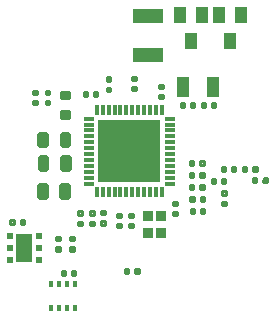
<source format=gbr>
G04 EAGLE Gerber RS-274X export*
G75*
%MOMM*%
%FSLAX34Y34*%
%LPD*%
%INSolderpaste Top*%
%IPPOS*%
%AMOC8*
5,1,8,0,0,1.08239X$1,22.5*%
G01*
%ADD10R,0.850000X0.300000*%
%ADD11R,0.300000X0.850000*%
%ADD12R,5.250000X5.250000*%
%ADD13C,0.280800*%
%ADD14C,0.500000*%
%ADD15C,0.402900*%
%ADD16R,1.000000X1.800000*%
%ADD17R,0.850000X0.950000*%
%ADD18C,0.270000*%
%ADD19R,2.500000X1.200000*%
%ADD20R,0.500000X0.500000*%
%ADD21R,1.450000X2.400000*%
%ADD22R,0.350000X0.500000*%
%ADD23R,1.000000X1.400000*%


D10*
X149816Y116010D03*
X149816Y121010D03*
X149816Y126010D03*
X149816Y131010D03*
X149816Y136010D03*
X149816Y141010D03*
X149816Y146010D03*
X149816Y151010D03*
X149816Y156010D03*
X149816Y161010D03*
X149816Y166010D03*
X149816Y171010D03*
D11*
X142816Y178010D03*
X137816Y178010D03*
X132816Y178010D03*
X127816Y178010D03*
X122816Y178010D03*
X117816Y178010D03*
X112816Y178010D03*
X107816Y178010D03*
X102816Y178010D03*
X97816Y178010D03*
X92816Y178010D03*
X87816Y178010D03*
D10*
X80816Y171010D03*
X80816Y166010D03*
X80816Y161010D03*
X80816Y156010D03*
X80816Y151010D03*
X80816Y146010D03*
X80816Y141010D03*
X80816Y136010D03*
X80816Y131010D03*
X80816Y126010D03*
X80816Y121010D03*
X80816Y116010D03*
D11*
X87816Y109010D03*
X92816Y109010D03*
X97816Y109010D03*
X102816Y109010D03*
X107816Y109010D03*
X112816Y109010D03*
X117816Y109010D03*
X122816Y109010D03*
X127816Y109010D03*
X132816Y109010D03*
X137816Y109010D03*
X142816Y109010D03*
D12*
X115316Y143510D03*
D13*
X47697Y192107D02*
X47697Y194699D01*
X47697Y192107D02*
X44505Y192107D01*
X44505Y194699D01*
X47697Y194699D01*
X44505Y186099D02*
X44505Y183507D01*
X44505Y186099D02*
X47697Y186099D01*
X47697Y183507D01*
X44505Y183507D01*
X37410Y192107D02*
X37410Y194699D01*
X37410Y192107D02*
X34218Y192107D01*
X34218Y194699D01*
X37410Y194699D01*
X34218Y186099D02*
X34218Y183507D01*
X34218Y186099D02*
X37410Y186099D01*
X37410Y183507D01*
X34218Y183507D01*
X94941Y92591D02*
X94941Y89999D01*
X91749Y89999D01*
X91749Y92591D01*
X94941Y92591D01*
X91749Y83991D02*
X91749Y81399D01*
X91749Y83991D02*
X94941Y83991D01*
X94941Y81399D01*
X91749Y81399D01*
X81970Y81272D02*
X81970Y83864D01*
X85162Y83864D01*
X85162Y81272D01*
X81970Y81272D01*
X85162Y89872D02*
X85162Y92464D01*
X85162Y89872D02*
X81970Y89872D01*
X81970Y92464D01*
X85162Y92464D01*
X79419Y193366D02*
X76827Y193366D01*
X79419Y193366D02*
X79419Y190174D01*
X76827Y190174D01*
X76827Y193366D01*
X76827Y192842D02*
X79419Y192842D01*
X85427Y190174D02*
X88019Y190174D01*
X85427Y190174D02*
X85427Y193366D01*
X88019Y193366D01*
X88019Y190174D01*
X88019Y192842D02*
X85427Y192842D01*
X176776Y184095D02*
X179368Y184095D01*
X179368Y180903D01*
X176776Y180903D01*
X176776Y184095D01*
X176776Y183571D02*
X179368Y183571D01*
X185376Y180903D02*
X187968Y180903D01*
X185376Y180903D02*
X185376Y184095D01*
X187968Y184095D01*
X187968Y180903D01*
X187968Y183571D02*
X185376Y183571D01*
X170061Y180903D02*
X167469Y180903D01*
X167469Y184095D01*
X170061Y184095D01*
X170061Y180903D01*
X170061Y183571D02*
X167469Y183571D01*
X161461Y184095D02*
X158869Y184095D01*
X161461Y184095D02*
X161461Y180903D01*
X158869Y180903D01*
X158869Y184095D01*
X158869Y183571D02*
X161461Y183571D01*
X140898Y188333D02*
X140898Y190925D01*
X144090Y190925D01*
X144090Y188333D01*
X140898Y188333D01*
X144090Y196933D02*
X144090Y199525D01*
X144090Y196933D02*
X140898Y196933D01*
X140898Y199525D01*
X144090Y199525D01*
X96194Y197275D02*
X96194Y194683D01*
X96194Y197275D02*
X99386Y197275D01*
X99386Y194683D01*
X96194Y194683D01*
X99386Y203283D02*
X99386Y205875D01*
X99386Y203283D02*
X96194Y203283D01*
X96194Y205875D01*
X99386Y205875D01*
X108530Y90686D02*
X108530Y88094D01*
X105338Y88094D01*
X105338Y90686D01*
X108530Y90686D01*
X105338Y82086D02*
X105338Y79494D01*
X105338Y82086D02*
X108530Y82086D01*
X108530Y79494D01*
X105338Y79494D01*
X75002Y89872D02*
X75002Y92464D01*
X75002Y89872D02*
X71810Y89872D01*
X71810Y92464D01*
X75002Y92464D01*
X71810Y83864D02*
X71810Y81272D01*
X71810Y83864D02*
X75002Y83864D01*
X75002Y81272D01*
X71810Y81272D01*
D14*
X63666Y104620D02*
X58666Y104620D01*
X58666Y113820D01*
X63666Y113820D01*
X63666Y104620D01*
X63666Y109370D02*
X58666Y109370D01*
X44966Y113820D02*
X39966Y113820D01*
X44966Y113820D02*
X44966Y104620D01*
X39966Y104620D01*
X39966Y113820D01*
X39966Y109370D02*
X44966Y109370D01*
X45093Y157508D02*
X40093Y157508D01*
X45093Y157508D02*
X45093Y148308D01*
X40093Y148308D01*
X40093Y157508D01*
X40093Y153058D02*
X45093Y153058D01*
X58793Y148308D02*
X63793Y148308D01*
X58793Y148308D02*
X58793Y157508D01*
X63793Y157508D01*
X63793Y148308D01*
X63793Y153058D02*
X58793Y153058D01*
D13*
X118182Y90686D02*
X118182Y88094D01*
X114990Y88094D01*
X114990Y90686D01*
X118182Y90686D01*
X114990Y82086D02*
X114990Y79494D01*
X114990Y82086D02*
X118182Y82086D01*
X118182Y79494D01*
X114990Y79494D01*
X155774Y98254D02*
X155774Y100846D01*
X155774Y98254D02*
X152582Y98254D01*
X152582Y100846D01*
X155774Y100846D01*
X152582Y92246D02*
X152582Y89654D01*
X152582Y92246D02*
X155774Y92246D01*
X155774Y89654D01*
X152582Y89654D01*
D15*
X58070Y172744D02*
X58070Y176616D01*
X63342Y176616D01*
X63342Y172744D01*
X58070Y172744D01*
X58070Y176572D02*
X63342Y176572D01*
X63342Y189144D02*
X63342Y193016D01*
X63342Y189144D02*
X58070Y189144D01*
X58070Y193016D01*
X63342Y193016D01*
X63342Y192972D02*
X58070Y192972D01*
D14*
X58920Y128242D02*
X63920Y128242D01*
X58920Y128242D02*
X58920Y137442D01*
X63920Y137442D01*
X63920Y128242D01*
X63920Y132992D02*
X58920Y132992D01*
X45220Y137442D02*
X40220Y137442D01*
X45220Y137442D02*
X45220Y128242D01*
X40220Y128242D01*
X40220Y137442D01*
X40220Y132992D02*
X45220Y132992D01*
D16*
X185982Y198120D03*
X160982Y198120D03*
D17*
X142381Y74275D03*
X142381Y88775D03*
X130881Y88775D03*
X130881Y74275D03*
D18*
X166859Y121947D02*
X169559Y121947D01*
X166859Y121947D02*
X166859Y125247D01*
X169559Y125247D01*
X169559Y121947D01*
X169559Y124512D02*
X166859Y124512D01*
X175499Y121947D02*
X178199Y121947D01*
X175499Y121947D02*
X175499Y125247D01*
X178199Y125247D01*
X178199Y121947D01*
X178199Y124512D02*
X175499Y124512D01*
X169607Y132208D02*
X166907Y132208D01*
X166907Y135508D01*
X169607Y135508D01*
X169607Y132208D01*
X169607Y134773D02*
X166907Y134773D01*
X175547Y132208D02*
X178247Y132208D01*
X175547Y132208D02*
X175547Y135508D01*
X178247Y135508D01*
X178247Y132208D01*
X178247Y134773D02*
X175547Y134773D01*
X175805Y94152D02*
X178505Y94152D01*
X178505Y90852D01*
X175805Y90852D01*
X175805Y94152D01*
X175805Y93417D02*
X178505Y93417D01*
X169865Y94152D02*
X167165Y94152D01*
X169865Y94152D02*
X169865Y90852D01*
X167165Y90852D01*
X167165Y94152D01*
X167165Y93417D02*
X169865Y93417D01*
X169638Y111627D02*
X166938Y111627D01*
X166938Y114927D01*
X169638Y114927D01*
X169638Y111627D01*
X169638Y114192D02*
X166938Y114192D01*
X175578Y111627D02*
X178278Y111627D01*
X175578Y111627D02*
X175578Y114927D01*
X178278Y114927D01*
X178278Y111627D01*
X178278Y114192D02*
X175578Y114192D01*
X193805Y109489D02*
X193805Y106789D01*
X193805Y109489D02*
X197105Y109489D01*
X197105Y106789D01*
X193805Y106789D01*
X193805Y109354D02*
X197105Y109354D01*
X193805Y100849D02*
X193805Y98149D01*
X193805Y100849D02*
X197105Y100849D01*
X197105Y98149D01*
X193805Y98149D01*
X193805Y100714D02*
X197105Y100714D01*
X211735Y126647D02*
X214434Y126638D01*
X211735Y126647D02*
X211746Y129946D01*
X214445Y129937D01*
X214434Y126638D01*
X214443Y129203D02*
X211744Y129203D01*
X220375Y126617D02*
X223074Y126608D01*
X220375Y126617D02*
X220386Y129916D01*
X223085Y129907D01*
X223074Y126608D01*
X223083Y129173D02*
X220384Y129173D01*
X169778Y101264D02*
X167078Y101264D01*
X167078Y104564D01*
X169778Y104564D01*
X169778Y101264D01*
X169778Y103829D02*
X167078Y103829D01*
X175718Y101264D02*
X178418Y101264D01*
X175718Y101264D02*
X175718Y104564D01*
X178418Y104564D01*
X178418Y101264D01*
X178418Y103829D02*
X175718Y103829D01*
X185188Y116460D02*
X187888Y116460D01*
X185188Y116460D02*
X185188Y119760D01*
X187888Y119760D01*
X187888Y116460D01*
X187888Y119025D02*
X185188Y119025D01*
X193828Y116460D02*
X196528Y116460D01*
X193828Y116460D02*
X193828Y119760D01*
X196528Y119760D01*
X196528Y116460D01*
X196528Y119025D02*
X193828Y119025D01*
X193794Y126756D02*
X196493Y126727D01*
X193794Y126756D02*
X193829Y130055D01*
X196528Y130026D01*
X196493Y126727D01*
X196520Y129292D02*
X193821Y129292D01*
X202434Y126665D02*
X205133Y126636D01*
X202434Y126665D02*
X202469Y129964D01*
X205168Y129935D01*
X205133Y126636D01*
X205160Y129201D02*
X202461Y129201D01*
X117476Y203630D02*
X117476Y206330D01*
X120776Y206330D01*
X120776Y203630D01*
X117476Y203630D01*
X117476Y206195D02*
X120776Y206195D01*
X117476Y197690D02*
X117476Y194990D01*
X117476Y197690D02*
X120776Y197690D01*
X120776Y194990D01*
X117476Y194990D01*
X117476Y197555D02*
X120776Y197555D01*
X220325Y117118D02*
X223024Y117109D01*
X220325Y117118D02*
X220336Y120417D01*
X223035Y120408D01*
X223024Y117109D01*
X223033Y119674D02*
X220334Y119674D01*
X228965Y117088D02*
X231664Y117079D01*
X228965Y117088D02*
X228976Y120387D01*
X231675Y120378D01*
X231664Y117079D01*
X231673Y119644D02*
X228974Y119644D01*
D19*
X130977Y225289D03*
X130977Y258289D03*
D20*
X38916Y51341D03*
X38916Y61341D03*
X38916Y71341D03*
X13916Y51341D03*
X13916Y61341D03*
X13916Y71341D03*
D21*
X26289Y61325D03*
D13*
X66885Y38917D02*
X69477Y38917D01*
X66885Y38917D02*
X66885Y42109D01*
X69477Y42109D01*
X69477Y38917D01*
X69477Y41585D02*
X66885Y41585D01*
X60877Y42109D02*
X58285Y42109D01*
X60877Y42109D02*
X60877Y38917D01*
X58285Y38917D01*
X58285Y42109D01*
X58285Y41585D02*
X60877Y41585D01*
D22*
X55963Y30849D03*
X62463Y30849D03*
X68963Y30849D03*
X49463Y30849D03*
X62463Y10349D03*
X55963Y10349D03*
X49463Y10349D03*
X68963Y10349D03*
D13*
X17316Y85416D02*
X14724Y85416D01*
X17316Y85416D02*
X17316Y82224D01*
X14724Y82224D01*
X14724Y85416D01*
X14724Y84892D02*
X17316Y84892D01*
X23324Y82224D02*
X25916Y82224D01*
X23324Y82224D02*
X23324Y85416D01*
X25916Y85416D01*
X25916Y82224D01*
X25916Y84892D02*
X23324Y84892D01*
D18*
X120572Y43687D02*
X123272Y43687D01*
X123272Y40387D01*
X120572Y40387D01*
X120572Y43687D01*
X120572Y42952D02*
X123272Y42952D01*
X114632Y43687D02*
X111932Y43687D01*
X114632Y43687D02*
X114632Y40387D01*
X111932Y40387D01*
X111932Y43687D01*
X111932Y42952D02*
X114632Y42952D01*
X56895Y59354D02*
X56895Y62054D01*
X56895Y59354D02*
X53595Y59354D01*
X53595Y62054D01*
X56895Y62054D01*
X56895Y61919D02*
X53595Y61919D01*
X56895Y67994D02*
X56895Y70694D01*
X56895Y67994D02*
X53595Y67994D01*
X53595Y70694D01*
X56895Y70694D01*
X56895Y70559D02*
X53595Y70559D01*
X68579Y62054D02*
X68579Y59354D01*
X65279Y59354D01*
X65279Y62054D01*
X68579Y62054D01*
X68579Y61919D02*
X65279Y61919D01*
X68579Y67994D02*
X68579Y70694D01*
X68579Y67994D02*
X65279Y67994D01*
X65279Y70694D01*
X68579Y70694D01*
X68579Y70559D02*
X65279Y70559D01*
D23*
X200660Y236540D03*
X191160Y258540D03*
X210160Y258540D03*
X167370Y236540D03*
X157870Y258540D03*
X176870Y258540D03*
M02*

</source>
